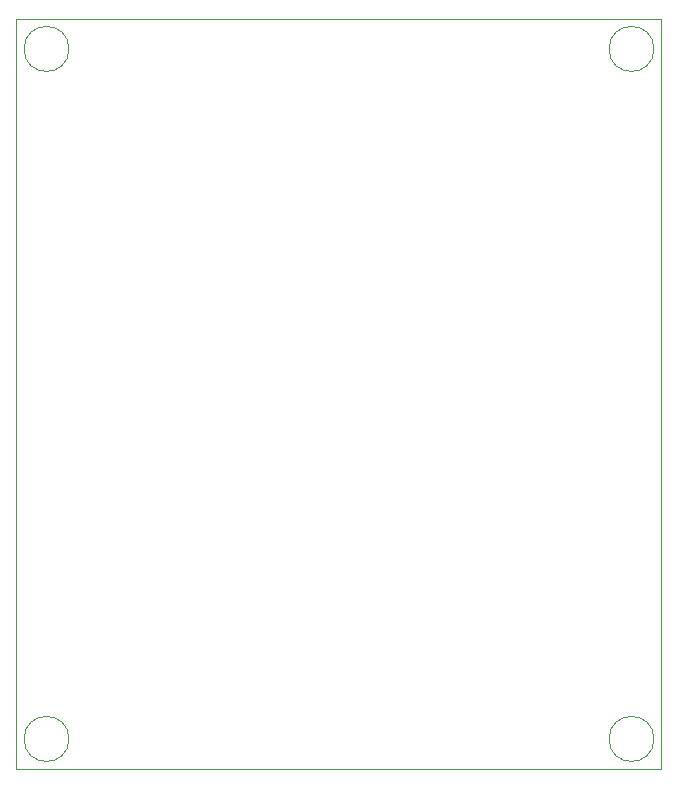
<source format=gbr>
G04 #@! TF.GenerationSoftware,KiCad,Pcbnew,9.0.1*
G04 #@! TF.CreationDate,2025-06-13T00:55:15+02:00*
G04 #@! TF.ProjectId,Garagentor_LEDs,47617261-6765-46e7-946f-725f4c454473,rev?*
G04 #@! TF.SameCoordinates,Original*
G04 #@! TF.FileFunction,Profile,NP*
%FSLAX46Y46*%
G04 Gerber Fmt 4.6, Leading zero omitted, Abs format (unit mm)*
G04 Created by KiCad (PCBNEW 9.0.1) date 2025-06-13 00:55:15*
%MOMM*%
%LPD*%
G01*
G04 APERTURE LIST*
G04 #@! TA.AperFunction,Profile*
%ADD10C,0.050000*%
G04 #@! TD*
G04 APERTURE END LIST*
D10*
X179705000Y-91440000D02*
G75*
G02*
X175895000Y-91440000I-1905000J0D01*
G01*
X175895000Y-91440000D02*
G75*
G02*
X179705000Y-91440000I1905000J0D01*
G01*
X229235000Y-91440000D02*
G75*
G02*
X225425000Y-91440000I-1905000J0D01*
G01*
X225425000Y-91440000D02*
G75*
G02*
X229235000Y-91440000I1905000J0D01*
G01*
X229235000Y-33020000D02*
G75*
G02*
X225425000Y-33020000I-1905000J0D01*
G01*
X225425000Y-33020000D02*
G75*
G02*
X229235000Y-33020000I1905000J0D01*
G01*
X179705000Y-33020000D02*
G75*
G02*
X175895000Y-33020000I-1905000J0D01*
G01*
X175895000Y-33020000D02*
G75*
G02*
X179705000Y-33020000I1905000J0D01*
G01*
X229870000Y-93980000D02*
X175260000Y-93980000D01*
X229870000Y-30480000D02*
X229870000Y-93980000D01*
X175260000Y-30480000D02*
X229870000Y-30480000D01*
X175260000Y-30480000D02*
X175260000Y-93980000D01*
M02*

</source>
